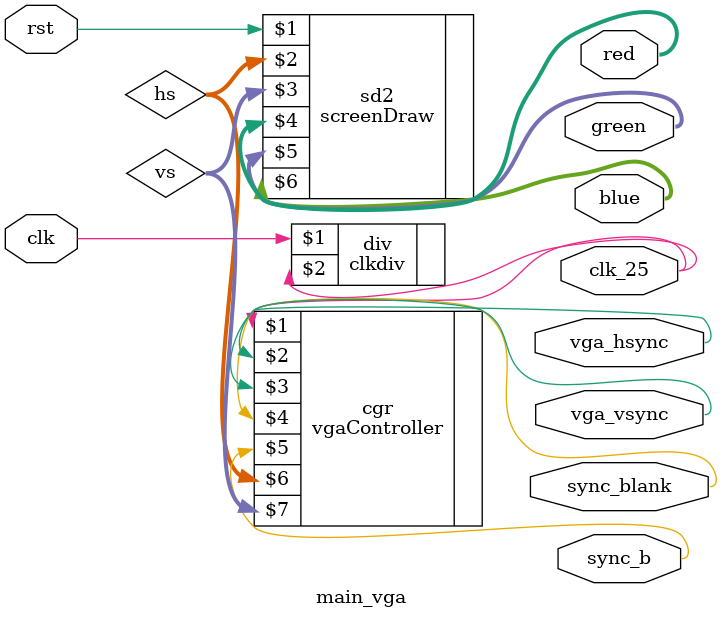
<source format=sv>
module main_vga(clk,clk_25,rst,red,green,blue,vga_hsync,vga_vsync,sync_blank,sync_b);
	input clk,rst;
	output logic [7:0] red, blue, green; 
	output logic vga_hsync,vga_vsync,sync_blank,sync_b; //Control de signal
	logic [9:0]hs;
	logic [9:0]vs;
	output logic clk_25;
	
	clkdiv div(clk,clk_25);
			
	vgaController cgr(clk_25,vga_hsync,vga_vsync,sync_blank,sync_b,hs,vs);
	
	
	screenDraw sd2(rst,hs,vs,red,green,blue);
	
	
endmodule
</source>
